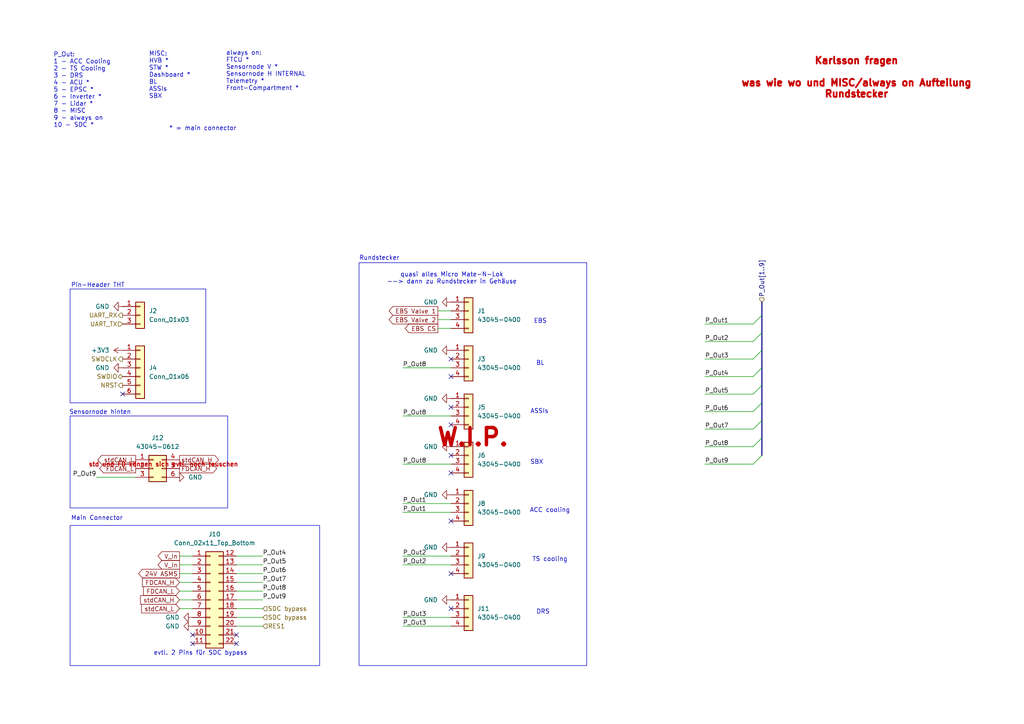
<source format=kicad_sch>
(kicad_sch (version 20231120) (generator "eeschema") (generator_version "8.0")
  (paper "A4")
  (title_block (title "PDU FT25") (date "2024-11-23") (rev "V1.1") (company "Janek Herm") (comment 1 "FaSTTUBe Electronics"))
  (lib_symbols
    (symbol "Connector_Generic:Conn_01x03" (pin_names (offset 1.016) hide)
      (property "Reference" "J" (at 0 5.08 0))
      (property "Value" "Conn_01x03" (at 0 -5.08 0))
      (symbol "Conn_01x03_1_1"
        (rectangle (start -1.27 -2.413) (end 0 -2.667) (stroke (width 0.1524)))
        (rectangle (start -1.27 0.127) (end 0 -0.127) (stroke (width 0.1524)))
        (rectangle (start -1.27 2.667) (end 0 2.413) (stroke (width 0.1524)))
        (rectangle (start -1.27 3.81) (end 1.27 -3.81) (stroke (width 0.254)) (fill (type background)))
        (pin passive line (at -5.08 2.54 0) (length 3.81) (name "Pin_1") (number "1"))
        (pin passive line (at -5.08 0 0) (length 3.81) (name "Pin_2") (number "2"))
        (pin passive line (at -5.08 -2.54 0) (length 3.81) (name "Pin_3") (number "3"))
      )
    )
    (symbol "Connector_Generic:Conn_01x04" (pin_names (offset 1.016) hide)
      (property "Reference" "J" (at 0 5.08 0))
      (property "Value" "Conn_01x04" (at 0 -7.62 0))
      (symbol "Conn_01x04_1_1"
        (rectangle (start -1.27 -4.953) (end 0 -5.207) (stroke (width 0.1524)))
        (rectangle (start -1.27 -2.413) (end 0 -2.667) (stroke (width 0.1524)))
        (rectangle (start -1.27 0.127) (end 0 -0.127) (stroke (width 0.1524)))
        (rectangle (start -1.27 2.667) (end 0 2.413) (stroke (width 0.1524)))
        (rectangle (start -1.27 3.81) (end 1.27 -6.35) (stroke (width 0.254)) (fill (type background)))
        (pin passive line (at -5.08 2.54 0) (length 3.81) (name "Pin_1") (number "1"))
        (pin passive line (at -5.08 0 0) (length 3.81) (name "Pin_2") (number "2"))
        (pin passive line (at -5.08 -2.54 0) (length 3.81) (name "Pin_3") (number "3"))
        (pin passive line (at -5.08 -5.08 0) (length 3.81) (name "Pin_4") (number "4"))
      )
    )
    (symbol "Connector_Generic:Conn_01x06" (pin_names (offset 1.016) hide)
      (property "Reference" "J" (at 0 7.62 0))
      (property "Value" "Conn_01x06" (at 0 -10.16 0))
      (symbol "Conn_01x06_1_1"
        (rectangle (start -1.27 -7.493) (end 0 -7.747) (stroke (width 0.1524)))
        (rectangle (start -1.27 -4.953) (end 0 -5.207) (stroke (width 0.1524)))
        (rectangle (start -1.27 -2.413) (end 0 -2.667) (stroke (width 0.1524)))
        (rectangle (start -1.27 0.127) (end 0 -0.127) (stroke (width 0.1524)))
        (rectangle (start -1.27 2.667) (end 0 2.413) (stroke (width 0.1524)))
        (rectangle (start -1.27 5.207) (end 0 4.953) (stroke (width 0.1524)))
        (rectangle (start -1.27 6.35) (end 1.27 -8.89) (stroke (width 0.254)) (fill (type background)))
        (pin passive line (at -5.08 5.08 0) (length 3.81) (name "Pin_1") (number "1"))
        (pin passive line (at -5.08 2.54 0) (length 3.81) (name "Pin_2") (number "2"))
        (pin passive line (at -5.08 0 0) (length 3.81) (name "Pin_3") (number "3"))
        (pin passive line (at -5.08 -2.54 0) (length 3.81) (name "Pin_4") (number "4"))
        (pin passive line (at -5.08 -5.08 0) (length 3.81) (name "Pin_5") (number "5"))
        (pin passive line (at -5.08 -7.62 0) (length 3.81) (name "Pin_6") (number "6"))
      )
    )
    (symbol "Connector_Generic:Conn_02x03_Top_Bottom" (pin_names (offset 1.016) hide)
      (property "Reference" "J" (at 1.27 5.08 0))
      (property "Value" "Conn_02x03_Top_Bottom" (at 1.27 -5.08 0))
      (symbol "Conn_02x03_Top_Bottom_1_1"
        (rectangle (start -1.27 -2.413) (end 0 -2.667) (stroke (width 0.1524)))
        (rectangle (start -1.27 0.127) (end 0 -0.127) (stroke (width 0.1524)))
        (rectangle (start -1.27 2.667) (end 0 2.413) (stroke (width 0.1524)))
        (rectangle (start -1.27 3.81) (end 3.81 -3.81) (stroke (width 0.254)) (fill (type background)))
        (rectangle (start 3.81 -2.413) (end 2.54 -2.667) (stroke (width 0.1524)))
        (rectangle (start 3.81 0.127) (end 2.54 -0.127) (stroke (width 0.1524)))
        (rectangle (start 3.81 2.667) (end 2.54 2.413) (stroke (width 0.1524)))
        (pin passive line (at -5.08 2.54 0) (length 3.81) (name "Pin_1") (number "1"))
        (pin passive line (at -5.08 0 0) (length 3.81) (name "Pin_2") (number "2"))
        (pin passive line (at -5.08 -2.54 0) (length 3.81) (name "Pin_3") (number "3"))
        (pin passive line (at 7.62 2.54 180) (length 3.81) (name "Pin_4") (number "4"))
        (pin passive line (at 7.62 0 180) (length 3.81) (name "Pin_5") (number "5"))
        (pin passive line (at 7.62 -2.54 180) (length 3.81) (name "Pin_6") (number "6"))
      )
    )
    (symbol "Connector_Generic:Conn_02x11_Top_Bottom" (pin_names (offset 1.016) hide)
      (property "Reference" "J" (at 1.27 15.24 0))
      (property "Value" "Conn_02x11_Top_Bottom" (at 1.27 -15.24 0))
      (symbol "Conn_02x11_Top_Bottom_1_1"
        (rectangle (start -1.27 -12.573) (end 0 -12.827) (stroke (width 0.1524)))
        (rectangle (start -1.27 -10.033) (end 0 -10.287) (stroke (width 0.1524)))
        (rectangle (start -1.27 -7.493) (end 0 -7.747) (stroke (width 0.1524)))
        (rectangle (start -1.27 -4.953) (end 0 -5.207) (stroke (width 0.1524)))
        (rectangle (start -1.27 -2.413) (end 0 -2.667) (stroke (width 0.1524)))
        (rectangle (start -1.27 0.127) (end 0 -0.127) (stroke (width 0.1524)))
        (rectangle (start -1.27 2.667) (end 0 2.413) (stroke (width 0.1524)))
        (rectangle (start -1.27 5.207) (end 0 4.953) (stroke (width 0.1524)))
        (rectangle (start -1.27 7.747) (end 0 7.493) (stroke (width 0.1524)))
        (rectangle (start -1.27 10.287) (end 0 10.033) (stroke (width 0.1524)))
        (rectangle (start -1.27 12.827) (end 0 12.573) (stroke (width 0.1524)))
        (rectangle (start -1.27 13.97) (end 3.81 -13.97) (stroke (width 0.254)) (fill (type background)))
        (rectangle (start 3.81 -12.573) (end 2.54 -12.827) (stroke (width 0.1524)))
        (rectangle (start 3.81 -10.033) (end 2.54 -10.287) (stroke (width 0.1524)))
        (rectangle (start 3.81 -7.493) (end 2.54 -7.747) (stroke (width 0.1524)))
        (rectangle (start 3.81 -4.953) (end 2.54 -5.207) (stroke (width 0.1524)))
        (rectangle (start 3.81 -2.413) (end 2.54 -2.667) (stroke (width 0.1524)))
        (rectangle (start 3.81 0.127) (end 2.54 -0.127) (stroke (width 0.1524)))
        (rectangle (start 3.81 2.667) (end 2.54 2.413) (stroke (width 0.1524)))
        (rectangle (start 3.81 5.207) (end 2.54 4.953) (stroke (width 0.1524)))
        (rectangle (start 3.81 7.747) (end 2.54 7.493) (stroke (width 0.1524)))
        (rectangle (start 3.81 10.287) (end 2.54 10.033) (stroke (width 0.1524)))
        (rectangle (start 3.81 12.827) (end 2.54 12.573) (stroke (width 0.1524)))
        (pin passive line (at -5.08 12.7 0) (length 3.81) (name "Pin_1") (number "1"))
        (pin passive line (at -5.08 -10.16 0) (length 3.81) (name "Pin_10") (number "10"))
        (pin passive line (at -5.08 -12.7 0) (length 3.81) (name "Pin_11") (number "11"))
        (pin passive line (at 7.62 12.7 180) (length 3.81) (name "Pin_12") (number "12"))
        (pin passive line (at 7.62 10.16 180) (length 3.81) (name "Pin_13") (number "13"))
        (pin passive line (at 7.62 7.62 180) (length 3.81) (name "Pin_14") (number "14"))
        (pin passive line (at 7.62 5.08 180) (length 3.81) (name "Pin_15") (number "15"))
        (pin passive line (at 7.62 2.54 180) (length 3.81) (name "Pin_16") (number "16"))
        (pin passive line (at 7.62 0 180) (length 3.81) (name "Pin_17") (number "17"))
        (pin passive line (at 7.62 -2.54 180) (length 3.81) (name "Pin_18") (number "18"))
        (pin passive line (at 7.62 -5.08 180) (length 3.81) (name "Pin_19") (number "19"))
        (pin passive line (at -5.08 10.16 0) (length 3.81) (name "Pin_2") (number "2"))
        (pin passive line (at 7.62 -7.62 180) (length 3.81) (name "Pin_20") (number "20"))
        (pin passive line (at 7.62 -10.16 180) (length 3.81) (name "Pin_21") (number "21"))
        (pin passive line (at 7.62 -12.7 180) (length 3.81) (name "Pin_22") (number "22"))
        (pin passive line (at -5.08 7.62 0) (length 3.81) (name "Pin_3") (number "3"))
        (pin passive line (at -5.08 5.08 0) (length 3.81) (name "Pin_4") (number "4"))
        (pin passive line (at -5.08 2.54 0) (length 3.81) (name "Pin_5") (number "5"))
        (pin passive line (at -5.08 0 0) (length 3.81) (name "Pin_6") (number "6"))
        (pin passive line (at -5.08 -2.54 0) (length 3.81) (name "Pin_7") (number "7"))
        (pin passive line (at -5.08 -5.08 0) (length 3.81) (name "Pin_8") (number "8"))
        (pin passive line (at -5.08 -7.62 0) (length 3.81) (name "Pin_9") (number "9"))
      )
    )
    (symbol "power:+3.3V" (power) (pin_numbers hide) (pin_names (offset 0) hide)
      (property "Value" "+3.3V" (at 0 3.556 0))
      (symbol "+3.3V_0_1"
        (polyline (pts (xy -0.762 1.27) (xy 0 2.54)))
        (polyline (pts (xy 0 0) (xy 0 2.54)))
        (polyline (pts (xy 0 2.54) (xy 0.762 1.27)))
      )
      (symbol "+3.3V_1_1"
        (pin power_in line (at 0 0 90) (length 0) (name "~") (number "1"))
      )
    )
    (symbol "power:GND" (power) (pin_numbers hide) (pin_names (offset 0) hide)
      (property "Value" "GND" (at 0 -3.81 0))
      (symbol "GND_0_1"
        (polyline (pts (xy 0 0) (xy 0 -1.27) (xy 1.27 -1.27) (xy 0 -2.54) (xy -1.27 -1.27) (xy 0 -1.27)))
      )
      (symbol "GND_1_1"
        (pin power_in line (at 0 0 270) (length 0) (name "~") (number "1"))
      )
    )
  )
  (no_connect (at 130.81 132.08))
  (no_connect (at 55.88 186.69))
  (no_connect (at 68.58 186.69))
  (no_connect (at 130.81 109.22))
  (no_connect (at 130.81 104.14))
  (no_connect (at 35.56 114.3))
  (no_connect (at 130.81 176.53))
  (no_connect (at 130.81 118.11))
  (no_connect (at 130.81 137.16))
  (no_connect (at 130.81 151.13))
  (no_connect (at 130.81 166.37))
  (no_connect (at 55.88 184.15))
  (no_connect (at 68.58 184.15))
  (no_connect (at 130.81 123.19))
  (bus_entry (at 218.44 109.22) (size 2.54 -2.54))
  (bus_entry (at 218.44 99.06) (size 2.54 -2.54))
  (bus_entry (at 218.44 129.54) (size 2.54 -2.54))
  (bus_entry (at 218.44 134.62) (size 2.54 -2.54))
  (bus_entry (at 218.44 119.38) (size 2.54 -2.54))
  (bus_entry (at 218.44 93.98) (size 2.54 -2.54))
  (bus_entry (at 218.44 114.3) (size 2.54 -2.54))
  (bus_entry (at 218.44 104.14) (size 2.54 -2.54))
  (bus_entry (at 218.44 124.46) (size 2.54 -2.54))
  (wire (pts (xy 116.84 146.05) (xy 130.81 146.05)))
  (bus (pts (xy 220.98 121.92) (xy 220.98 127)))
  (wire (pts (xy 52.07 161.29) (xy 55.88 161.29)))
  (bus (pts (xy 220.98 127) (xy 220.98 132.08)))
  (wire (pts (xy 116.84 161.29) (xy 130.81 161.29)))
  (wire (pts (xy 204.47 134.62) (xy 218.44 134.62)))
  (wire (pts (xy 52.07 176.53) (xy 55.88 176.53)))
  (wire (pts (xy 127 95.25) (xy 130.81 95.25)))
  (wire (pts (xy 68.58 166.37) (xy 76.2 166.37)))
  (wire (pts (xy 204.47 129.54) (xy 218.44 129.54)))
  (bus (pts (xy 220.98 116.84) (xy 220.98 121.92)))
  (wire (pts (xy 204.47 119.38) (xy 218.44 119.38)))
  (wire (pts (xy 204.47 114.3) (xy 218.44 114.3)))
  (bus (pts (xy 220.98 101.6) (xy 220.98 106.68)))
  (wire (pts (xy 204.47 99.06) (xy 218.44 99.06)))
  (wire (pts (xy 204.47 124.46) (xy 218.44 124.46)))
  (wire (pts (xy 116.84 181.61) (xy 130.81 181.61)))
  (bus (pts (xy 220.98 111.76) (xy 220.98 116.84)))
  (wire (pts (xy 68.58 179.07) (xy 76.2 179.07)))
  (wire (pts (xy 116.84 148.59) (xy 130.81 148.59)))
  (wire (pts (xy 204.47 109.22) (xy 218.44 109.22)))
  (wire (pts (xy 116.84 179.07) (xy 130.81 179.07)))
  (wire (pts (xy 52.07 163.83) (xy 55.88 163.83)))
  (wire (pts (xy 68.58 171.45) (xy 76.2 171.45)))
  (bus (pts (xy 220.98 87.63) (xy 220.98 91.44)))
  (wire (pts (xy 52.07 166.37) (xy 55.88 166.37)))
  (bus (pts (xy 220.98 91.44) (xy 220.98 96.52)))
  (wire (pts (xy 204.47 104.14) (xy 218.44 104.14)))
  (wire (pts (xy 130.81 134.62) (xy 116.84 134.62)))
  (wire (pts (xy 68.58 168.91) (xy 76.2 168.91)))
  (bus (pts (xy 220.98 96.52) (xy 220.98 101.6)))
  (wire (pts (xy 68.58 163.83) (xy 76.2 163.83)))
  (wire (pts (xy 27.94 138.43) (xy 39.37 138.43)))
  (wire (pts (xy 52.07 173.99) (xy 55.88 173.99)))
  (wire (pts (xy 68.58 161.29) (xy 76.2 161.29)))
  (bus (pts (xy 220.98 106.68) (xy 220.98 111.76)))
  (wire (pts (xy 127 92.71) (xy 130.81 92.71)))
  (wire (pts (xy 127 90.17) (xy 130.81 90.17)))
  (wire (pts (xy 68.58 173.99) (xy 76.2 173.99)))
  (wire (pts (xy 52.07 171.45) (xy 55.88 171.45)))
  (wire (pts (xy 68.58 176.53) (xy 76.2 176.53)))
  (wire (pts (xy 116.84 106.68) (xy 130.81 106.68)))
  (wire (pts (xy 116.84 120.65) (xy 130.81 120.65)))
  (wire (pts (xy 204.47 93.98) (xy 218.44 93.98)))
  (wire (pts (xy 68.58 181.61) (xy 76.2 181.61)))
  (wire (pts (xy 116.84 163.83) (xy 130.81 163.83)))
  (wire (pts (xy 52.07 168.91) (xy 55.88 168.91)))
  (wire (pts (xy 50.8 138.43) (xy 52.07 138.43)))
  (rectangle (start 20.32 83.82) (end 59.69 116.84))
  (rectangle (start 104.14 76.2) (end 170.18 193.04))
  (rectangle (start 20.32 152.4) (end 92.71 193.04))
  (rectangle (start 20.32 120.65) (end 66.04 147.32))
  (text "* = main connector" (at 49.022 37.338 0) (effects (font (size 1.27 1.27)) (justify left)))
  (text "DRS" (at 157.48 177.546 0) (effects (font (size 1.27 1.27))))
  (text "ASSIs" (at 156.464 119.38 0) (effects (font (size 1.27 1.27))))
  (text "Pin-Header THT" (at 20.574 82.804 0) (effects (font (size 1.27 1.27)) (justify left)))
  (text "W.I.P." (at 137.16 127 0) (effects (font (size 5 5) (thickness 1) (bold yes))))
  (text "quasi alles Micro Mate-N-Lok\n--> dann zu Rundstecker in Gehäuse" (at 131.064 80.772 0) (effects (font (size 1.27 1.27) (thickness 0.1588))))
  (text "Sensornode hinten" (at 20.066 119.634 0) (effects (font (size 1.27 1.27)) (justify left)))
  (text "Rundstecker" (at 104.14 74.93 0) (effects (font (size 1.27 1.27)) (justify left)))
  (text "Karlsson fragen\n\nwas wie wo und MISC/always on Aufteilung\nRundstecker" (at 248.412 22.606 0) (effects (font (size 2 2) (thickness 0.7) (bold yes))))
  (text "Main Connector" (at 20.574 150.368 0) (effects (font (size 1.27 1.27)) (justify left)))
  (text "SBX" (at 155.702 134.112 0) (effects (font (size 1.27 1.27))))
  (text "evtl. 2 Pins für SDC bypass" (at 58.166 189.484 0) (effects (font (size 1.27 1.27))))
  (text "EBS" (at 156.718 93.218 0) (effects (font (size 1.27 1.27))))
  (text "MISC:\nHVB *\nSTW *\nDashboard *\nBL\nASSIs\nSBX" (at 43.18 21.844 0) (effects (font (size 1.27 1.27)) (justify left)))
  (text "TS cooling" (at 159.512 162.306 0) (effects (font (size 1.27 1.27))))
  (text "std und FD können sich evtl. noch tauschen" (at 25.654 134.874 0) (effects (font (size 1.27 1.27) (thickness 0.254) (bold yes)) (justify left)))
  (text "P_Out:\n1 - ACC Cooling \n2 - TS Cooling\n3 - DRS\n4 - ACU *\n5 - EPSC *\n6 - Inverter *\n7 - Lidar *\n8 - MISC\n9 - always on\n10 - SDC *" (at 15.494 26.162 0) (effects (font (size 1.27 1.27)) (justify left)))
  (text "BL" (at 156.718 105.41 0) (effects (font (size 1.27 1.27))))
  (text "ACC cooling" (at 159.512 148.082 0) (effects (font (size 1.27 1.27))))
  (text "always on:\nFTCU *\nSensornode V *\nSensornode H INTERNAL\nTelemetry * \nFront-Compartment *" (at 65.532 20.574 0) (effects (font (size 1.27 1.27)) (justify left)))
  (label "P_Out7" (at 76.2 168.91 0))
  (label "P_Out3" (at 204.47 104.14 0))
  (label "P_Out1" (at 204.47 93.98 0))
  (label "P_Out8" (at 204.47 129.54 0))
  (label "P_Out8" (at 116.84 120.65 0))
  (label "P_Out1" (at 116.84 148.59 0))
  (label "P_Out9" (at 204.47 134.62 0))
  (label "P_Out8" (at 116.84 106.68 0))
  (label "P_Out5" (at 204.47 114.3 0))
  (label "P_Out9" (at 76.2 173.99 0))
  (label "P_Out2" (at 204.47 99.06 0))
  (label "P_Out3" (at 116.84 181.61 0))
  (label "P_Out9" (at 27.94 138.43 180))
  (label "P_Out8" (at 76.2 171.45 0))
  (label "P_Out6" (at 76.2 166.37 0))
  (label "P_Out2" (at 116.84 161.29 0))
  (label "P_Out4" (at 76.2 161.29 0))
  (label "P_Out5" (at 76.2 163.83 0))
  (label "P_Out7" (at 204.47 124.46 0))
  (label "P_Out1" (at 116.84 146.05 0))
  (label "P_Out8" (at 116.84 134.62 0))
  (label "P_Out3" (at 116.84 179.07 0))
  (label "P_Out2" (at 116.84 163.83 0))
  (label "P_Out4" (at 204.47 109.22 0))
  (label "P_Out6" (at 204.47 119.38 0))
  (global_label "stdCAN_H" (shape output) (at 52.07 133.35 0) (property "Intersheetrefs" "${INTERSHEET_REFS}" (effects (hide yes))))
  (global_label "24V ASMS" (shape output) (at 52.07 166.37 180) (property "Intersheetrefs" "${INTERSHEET_REFS}" (effects (hide yes))))
  (global_label "FDCAN_H" (shape output) (at 52.07 135.89 0) (property "Intersheetrefs" "${INTERSHEET_REFS}" (effects (hide yes))))
  (global_label "stdCAN_L" (shape input) (at 52.07 176.53 180) (property "Intersheetrefs" "${INTERSHEET_REFS}" (effects (hide yes))))
  (global_label "FDCAN_L" (shape output) (at 39.37 135.89 180) (property "Intersheetrefs" "${INTERSHEET_REFS}" (effects (hide yes))))
  (global_label "V_In" (shape output) (at 52.07 161.29 180) (property "Intersheetrefs" "${INTERSHEET_REFS}" (effects (hide yes))))
  (global_label "FDCAN_L" (shape input) (at 52.07 171.45 180) (property "Intersheetrefs" "${INTERSHEET_REFS}" (effects (hide yes))))
  (global_label "stdCAN_H" (shape input) (at 52.07 173.99 180) (property "Intersheetrefs" "${INTERSHEET_REFS}" (effects (hide yes))))
  (global_label "EBS CS" (shape output) (at 127 95.25 180) (property "Intersheetrefs" "${INTERSHEET_REFS}" (effects (hide yes))))
  (global_label "V_In" (shape output) (at 52.07 163.83 180) (property "Intersheetrefs" "${INTERSHEET_REFS}" (effects (hide yes))))
  (global_label "EBS Valve 2" (shape output) (at 127 92.71 180) (property "Intersheetrefs" "${INTERSHEET_REFS}" (effects (hide yes))))
  (global_label "stdCAN_L" (shape output) (at 39.37 133.35 180) (property "Intersheetrefs" "${INTERSHEET_REFS}" (effects (hide yes))))
  (global_label "EBS Valve 1" (shape output) (at 127 90.17 180) (property "Intersheetrefs" "${INTERSHEET_REFS}" (effects (hide yes))))
  (global_label "FDCAN_H" (shape input) (at 52.07 168.91 180) (property "Intersheetrefs" "${INTERSHEET_REFS}" (effects (hide yes))))
  (hierarchical_label "P_Out[1..9]" (shape input) (at 220.98 87.63 90) (effects (font (thickness 0.1588))))
  (hierarchical_label "SWDIO" (shape bidirectional) (at 35.56 109.22 180) (effects (font (thickness 0.1588))))
  (hierarchical_label "RES1" (shape input) (at 76.2 181.61 0))
  (hierarchical_label "UART_TX" (shape input) (at 35.56 93.98 180))
  (hierarchical_label "SDC bypass" (shape input) (at 76.2 176.53 0))
  (hierarchical_label "NRST" (shape output) (at 35.56 111.76 180) (effects (font (thickness 0.1588))))
  (hierarchical_label "SWDCLK" (shape output) (at 35.56 104.14 180))
  (hierarchical_label "UART_RX" (shape output) (at 35.56 91.44 180))
  (hierarchical_label "SDC bypass" (shape input) (at 76.2 179.07 0))
  (symbol (lib_id "Connector_Generic:Conn_01x04") (at 135.89 90.17 0) (unit 1)
    (property "Reference" "J1" (at 138.43 90.1699 0) (effects (justify left)))
    (property "Value" "43045-0400" (at 138.43 92.7099 0) (effects (justify left)))
    (property "Footprint" "43045-0400:43045-04_00,01,02,10_" (effects (hide yes)))
    (property "Description" "Generic connector, single row, 01x04, script generated (kicad-library-utils/schlib/autogen/connector/)" (effects (hide yes)))
  )
  (symbol (lib_id "power:GND") (at 55.88 179.07 270) (unit 1)
    (property "Reference" "#PWR043" (effects (hide yes)))
    (property "Value" "GND" (at 52.07 179.0699 90) (effects (justify right)))
    (property "Description" "Power symbol creates a global label with name \"GND\" , ground" (effects (hide yes)))
  )
  (symbol (lib_id "power:GND") (at 130.81 173.99 270) (unit 1)
    (property "Reference" "#PWR042" (effects (hide yes)))
    (property "Value" "GND" (at 127 173.9899 90) (effects (justify right)))
    (property "Description" "Power symbol creates a global label with name \"GND\" , ground" (effects (hide yes)))
  )
  (symbol (lib_id "power:GND") (at 130.81 129.54 270) (unit 1)
    (property "Reference" "#PWR038" (effects (hide yes)))
    (property "Value" "GND" (at 127 129.5399 90) (effects (justify right)))
    (property "Description" "Power symbol creates a global label with name \"GND\" , ground" (effects (hide yes)))
  )
  (symbol (lib_id "power:+3.3V") (at 35.56 101.6 90) (unit 1)
    (property "Reference" "#PWR035" (effects (hide yes)))
    (property "Value" "+3V3" (at 31.75 101.5999 90) (effects (justify left)))
    (property "Description" "Power symbol creates a global label with name \"+3.3V\"" (effects (hide yes)))
  )
  (symbol (lib_id "Connector_Generic:Conn_01x04") (at 135.89 132.08 0) (unit 1)
    (property "Reference" "J6" (at 138.43 132.0799 0) (effects (justify left)))
    (property "Value" "43045-0400" (at 138.43 134.6199 0) (effects (justify left)))
    (property "Footprint" "43045-0400:43045-04_00,01,02,10_" (effects (hide yes)))
    (property "Description" "Generic connector, single row, 01x04, script generated (kicad-library-utils/schlib/autogen/connector/)" (effects (hide yes)))
  )
  (symbol (lib_id "Connector_Generic:Conn_01x04") (at 135.89 146.05 0) (unit 1)
    (property "Reference" "J8" (at 138.43 146.0499 0) (effects (justify left)))
    (property "Value" "43045-0400" (at 138.43 148.5899 0) (effects (justify left)))
    (property "Footprint" "43045-0400:43045-04_00,01,02,10_" (effects (hide yes)))
    (property "Description" "Generic connector, single row, 01x04, script generated (kicad-library-utils/schlib/autogen/connector/)" (effects (hide yes)))
  )
  (symbol (lib_id "power:GND") (at 35.56 88.9 270) (unit 1)
    (property "Reference" "#PWR033" (effects (hide yes)))
    (property "Value" "GND" (at 31.75 88.8999 90) (effects (justify right)))
    (property "Description" "Power symbol creates a global label with name \"GND\" , ground" (effects (hide yes)))
  )
  (symbol (lib_id "power:GND") (at 55.88 181.61 270) (unit 1)
    (property "Reference" "#PWR044" (effects (hide yes)))
    (property "Value" "GND" (at 52.07 181.6099 90) (effects (justify right)))
    (property "Description" "Power symbol creates a global label with name \"GND\" , ground" (effects (hide yes)))
  )
  (symbol (lib_id "power:GND") (at 130.81 101.6 270) (unit 1)
    (property "Reference" "#PWR034" (effects (hide yes)))
    (property "Value" "GND" (at 127 101.5999 90) (effects (justify right)))
    (property "Description" "Power symbol creates a global label with name \"GND\" , ground" (effects (hide yes)))
  )
  (symbol (lib_id "Connector_Generic:Conn_01x04") (at 135.89 104.14 0) (unit 1)
    (property "Reference" "J3" (at 138.43 104.1399 0) (effects (justify left)))
    (property "Value" "43045-0400" (at 138.43 106.6799 0) (effects (justify left)))
    (property "Footprint" "43045-0400:43045-04_00,01,02,10_" (effects (hide yes)))
    (property "Description" "Generic connector, single row, 01x04, script generated (kicad-library-utils/schlib/autogen/connector/)" (effects (hide yes)))
  )
  (symbol (lib_id "Connector_Generic:Conn_01x06") (at 40.64 106.68 0) (unit 1)
    (property "Reference" "J4" (at 43.18 106.6799 0) (effects (justify left)))
    (property "Value" "Conn_01x06" (at 43.18 109.2199 0) (effects (justify left)))
    (property "Footprint" "Connector_PinHeader_2.54mm:PinHeader_1x06_P2.54mm_Vertical" (effects (hide yes)))
    (property "Description" "Generic connector, single row, 01x06, script generated (kicad-library-utils/schlib/autogen/connector/)" (effects (hide yes)))
  )
  (symbol (lib_id "Connector_Generic:Conn_01x04") (at 135.89 176.53 0) (unit 1)
    (property "Reference" "J11" (at 138.43 176.5299 0) (effects (justify left)))
    (property "Value" "43045-0400" (at 138.43 179.0699 0) (effects (justify left)))
    (property "Footprint" "43045-0400:43045-04_00,01,02,10_" (effects (hide yes)))
    (property "Description" "Generic connector, single row, 01x04, script generated (kicad-library-utils/schlib/autogen/connector/)" (effects (hide yes)))
  )
  (symbol (lib_id "Connector_Generic:Conn_01x04") (at 135.89 161.29 0) (unit 1)
    (property "Reference" "J9" (at 138.43 161.2899 0) (effects (justify left)))
    (property "Value" "43045-0400" (at 138.43 163.8299 0) (effects (justify left)))
    (property "Footprint" "43045-0400:43045-04_00,01,02,10_" (effects (hide yes)))
    (property "Description" "Generic connector, single row, 01x04, script generated (kicad-library-utils/schlib/autogen/connector/)" (effects (hide yes)))
  )
  (symbol (lib_id "power:GND") (at 130.81 158.75 270) (unit 1)
    (property "Reference" "#PWR041" (effects (hide yes)))
    (property "Value" "GND" (at 127 158.7499 90) (effects (justify right)))
    (property "Description" "Power symbol creates a global label with name \"GND\" , ground" (effects (hide yes)))
  )
  (symbol (lib_id "Connector_Generic:Conn_02x03_Top_Bottom") (at 44.45 135.89 0) (unit 1)
    (property "Reference" "J12" (at 45.72 127 0))
    (property "Value" "43045-0612" (at 45.72 129.54 0))
    (property "Footprint" "Connector_Molex:Molex_Micro-Fit_3.0_43045-0612_2x03_P3.00mm_Vertical" (effects (hide yes)))
    (property "Description" "Generic connector, double row, 02x03, top/bottom pin numbering scheme (row 1: 1...pins_per_row, row2: pins_per_row+1 ... num_pins), script generated (kicad-library-utils/schlib/autogen/connector/)" (effects (hide yes)))
  )
  (symbol (lib_id "power:GND") (at 130.81 143.51 270) (unit 1)
    (property "Reference" "#PWR040" (effects (hide yes)))
    (property "Value" "GND" (at 127 143.5099 90) (effects (justify right)))
    (property "Description" "Power symbol creates a global label with name \"GND\" , ground" (effects (hide yes)))
  )
  (symbol (lib_id "power:GND") (at 130.81 87.63 270) (unit 1)
    (property "Reference" "#PWR032" (effects (hide yes)))
    (property "Value" "GND" (at 127 87.6299 90) (effects (justify right)))
    (property "Description" "Power symbol creates a global label with name \"GND\" , ground" (effects (hide yes)))
  )
  (symbol (lib_id "power:GND") (at 130.81 115.57 270) (unit 1)
    (property "Reference" "#PWR037" (effects (hide yes)))
    (property "Value" "GND" (at 127 115.5699 90) (effects (justify right)))
    (property "Description" "Power symbol creates a global label with name \"GND\" , ground" (effects (hide yes)))
  )
  (symbol (lib_id "power:GND") (at 50.8 138.43 90) (unit 1)
    (property "Reference" "#PWR0193" (effects (hide yes)))
    (property "Value" "GND" (at 54.61 138.4299 90) (effects (justify right)))
    (property "Description" "Power symbol creates a global label with name \"GND\" , ground" (effects (hide yes)))
  )
  (symbol (lib_id "Connector_Generic:Conn_01x03") (at 40.64 91.44 0) (unit 1)
    (property "Reference" "J2" (at 43.18 90.1699 0) (effects (justify left)))
    (property "Value" "Conn_01x03" (at 43.18 92.7099 0) (effects (justify left)))
    (property "Footprint" "Connector_PinHeader_2.54mm:PinHeader_1x03_P2.54mm_Vertical" (effects (hide yes)))
    (property "Description" "Generic connector, single row, 01x03, script generated (kicad-library-utils/schlib/autogen/connector/)" (effects (hide yes)))
  )
  (symbol (lib_id "Connector_Generic:Conn_01x04") (at 135.89 118.11 0) (unit 1)
    (property "Reference" "J5" (at 138.43 118.1099 0) (effects (justify left)))
    (property "Value" "43045-0400" (at 138.43 120.6499 0) (effects (justify left)))
    (property "Footprint" "43045-0400:43045-04_00,01,02,10_" (effects (hide yes)))
    (property "Description" "Generic connector, single row, 01x04, script generated (kicad-library-utils/schlib/autogen/connector/)" (effects (hide yes)))
  )
  (symbol (lib_id "power:GND") (at 35.56 106.68 270) (unit 1)
    (property "Reference" "#PWR036" (effects (hide yes)))
    (property "Value" "GND" (at 31.75 106.6799 90) (effects (justify right)))
    (property "Description" "Power symbol creates a global label with name \"GND\" , ground" (effects (hide yes)))
  )
  (symbol (lib_id "Connector_Generic:Conn_02x11_Top_Bottom") (at 60.96 173.99 0) (unit 1)
    (property "Reference" "J10" (at 62.23 154.94 0))
    (property "Value" "Conn_02x11_Top_Bottom" (at 62.23 157.48 0))
    (property "Description" "Generic connector, double row, 02x11, top/bottom pin numbering scheme (row 1: 1...pins_per_row, row2: pins_per_row+1 ... num_pins), script generated (kicad-library-utils/schlib/autogen/connector/)" (effects (hide yes)))
  )
)
</source>
